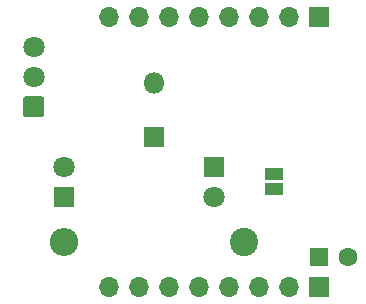
<source format=gbr>
%TF.GenerationSoftware,KiCad,Pcbnew,(5.1.7)-1*%
%TF.CreationDate,2020-12-03T17:13:14+01:00*%
%TF.ProjectId,RcOid,52634f69-642e-46b6-9963-61645f706362,1*%
%TF.SameCoordinates,Original*%
%TF.FileFunction,Soldermask,Top*%
%TF.FilePolarity,Negative*%
%FSLAX46Y46*%
G04 Gerber Fmt 4.6, Leading zero omitted, Abs format (unit mm)*
G04 Created by KiCad (PCBNEW (5.1.7)-1) date 2020-12-03 17:13:14*
%MOMM*%
%LPD*%
G01*
G04 APERTURE LIST*
%ADD10O,1.800000X1.800000*%
%ADD11R,1.800000X1.800000*%
%ADD12R,1.500000X1.000000*%
%ADD13C,1.800000*%
%ADD14R,1.600000X1.600000*%
%ADD15C,1.600000*%
%ADD16R,1.700000X1.700000*%
%ADD17O,1.700000X1.700000*%
%ADD18C,2.400000*%
%ADD19O,2.400000X2.400000*%
G04 APERTURE END LIST*
D10*
%TO.C,Q1*%
X134620000Y-99560000D03*
D11*
X134620000Y-104140000D03*
%TD*%
D12*
%TO.C,JP1*%
X144780000Y-108600000D03*
X144780000Y-107300000D03*
%TD*%
D13*
%TO.C,D2*%
X139700000Y-109220000D03*
D11*
X139700000Y-106680000D03*
%TD*%
D13*
%TO.C,D1*%
X127000000Y-106680000D03*
D11*
X127000000Y-109220000D03*
%TD*%
D14*
%TO.C,C1*%
X148590000Y-114300000D03*
D15*
X151090000Y-114300000D03*
%TD*%
D16*
%TO.C,J1*%
X148590000Y-93980000D03*
D17*
X146050000Y-93980000D03*
X143510000Y-93980000D03*
X140970000Y-93980000D03*
X138430000Y-93980000D03*
X135890000Y-93980000D03*
X133350000Y-93980000D03*
X130810000Y-93980000D03*
%TD*%
%TO.C,J2*%
X130810000Y-116840000D03*
X133350000Y-116840000D03*
X135890000Y-116840000D03*
X138430000Y-116840000D03*
X140970000Y-116840000D03*
X143510000Y-116840000D03*
X146050000Y-116840000D03*
D16*
X148590000Y-116840000D03*
%TD*%
D18*
%TO.C,R1*%
X142240000Y-113030000D03*
D19*
X127000000Y-113030000D03*
%TD*%
%TO.C,U1*%
G36*
G01*
X125109800Y-102500000D02*
X123810200Y-102500000D01*
G75*
G02*
X123560000Y-102249800I0J250200D01*
G01*
X123560000Y-100950200D01*
G75*
G02*
X123810200Y-100700000I250200J0D01*
G01*
X125109800Y-100700000D01*
G75*
G02*
X125360000Y-100950200I0J-250200D01*
G01*
X125360000Y-102249800D01*
G75*
G02*
X125109800Y-102500000I-250200J0D01*
G01*
G37*
D13*
X124460000Y-99060000D03*
X124460000Y-96520000D03*
%TD*%
M02*

</source>
